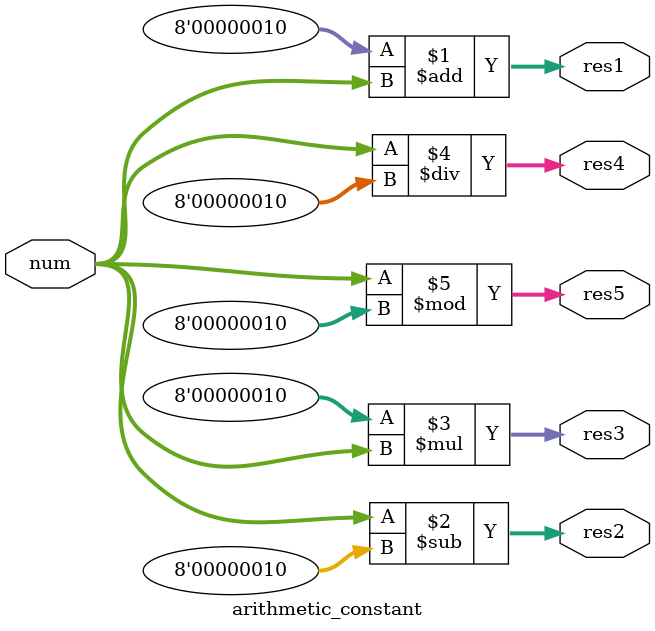
<source format=v>
`timescale 1ns / 1ps


module arithmetic_constant(num,res1,res2,res3,res4,res5);

input [7:0] num;
output [7:0] res1;
output [7:0] res2;
output [7:0] res3;
output [7:0] res4;
output [7:0] res5;

parameter coef=8'h02;

//addition
assign res1=coef+num;

//subtarction
assign res2 =num-coef;

//multiplication
assign res3=coef*num;

//division
assign res4 = num/coef;

//modulus
assign res5=num%coef;

endmodule

</source>
